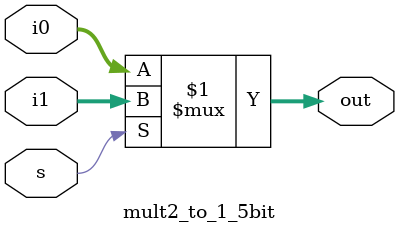
<source format=v>
module mult2_to_1_5bit(i0, i1, s, out);
input [4:0] i0, i1;
input s;
output [4:0] out;
assign out = s ? i1:i0;
endmodule

</source>
